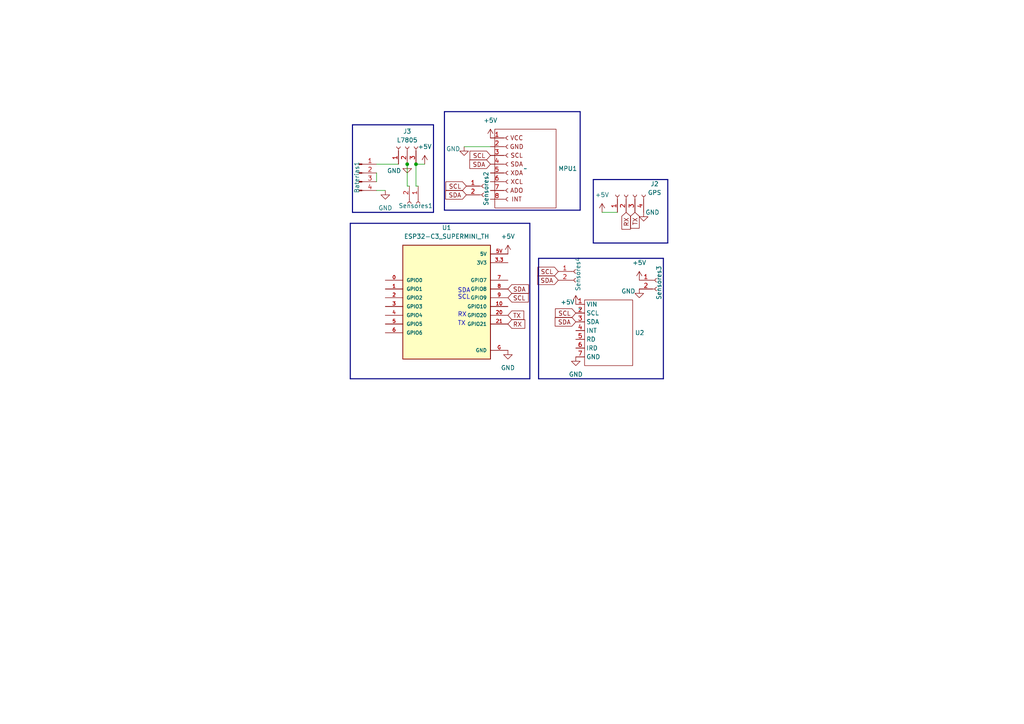
<source format=kicad_sch>
(kicad_sch (version 20230121) (generator eeschema)

  (uuid 04f87a8a-b6fa-48c9-add2-fbab3b3fb7dc)

  (paper "A4")

  (lib_symbols
    (symbol "Connector:Conn_01x02_Socket" (pin_names (offset 1.016) hide) (in_bom yes) (on_board yes)
      (property "Reference" "J" (at 0 2.54 0)
        (effects (font (size 1.27 1.27)))
      )
      (property "Value" "Conn_01x02_Socket" (at 0 -5.08 0)
        (effects (font (size 1.27 1.27)))
      )
      (property "Footprint" "" (at 0 0 0)
        (effects (font (size 1.27 1.27)) hide)
      )
      (property "Datasheet" "~" (at 0 0 0)
        (effects (font (size 1.27 1.27)) hide)
      )
      (property "ki_locked" "" (at 0 0 0)
        (effects (font (size 1.27 1.27)))
      )
      (property "ki_keywords" "connector" (at 0 0 0)
        (effects (font (size 1.27 1.27)) hide)
      )
      (property "ki_description" "Generic connector, single row, 01x02, script generated" (at 0 0 0)
        (effects (font (size 1.27 1.27)) hide)
      )
      (property "ki_fp_filters" "Connector*:*_1x??_*" (at 0 0 0)
        (effects (font (size 1.27 1.27)) hide)
      )
      (symbol "Conn_01x02_Socket_1_1"
        (arc (start 0 -2.032) (mid -0.5058 -2.54) (end 0 -3.048)
          (stroke (width 0.1524) (type default))
          (fill (type none))
        )
        (polyline
          (pts
            (xy -1.27 -2.54)
            (xy -0.508 -2.54)
          )
          (stroke (width 0.1524) (type default))
          (fill (type none))
        )
        (polyline
          (pts
            (xy -1.27 0)
            (xy -0.508 0)
          )
          (stroke (width 0.1524) (type default))
          (fill (type none))
        )
        (arc (start 0 0.508) (mid -0.5058 0) (end 0 -0.508)
          (stroke (width 0.1524) (type default))
          (fill (type none))
        )
        (pin passive line (at -5.08 0 0) (length 3.81)
          (name "Pin_1" (effects (font (size 1.27 1.27))))
          (number "1" (effects (font (size 1.27 1.27))))
        )
        (pin passive line (at -5.08 -2.54 0) (length 3.81)
          (name "Pin_2" (effects (font (size 1.27 1.27))))
          (number "2" (effects (font (size 1.27 1.27))))
        )
      )
    )
    (symbol "Connector:Conn_01x03_Socket" (pin_names (offset 1.016) hide) (in_bom yes) (on_board yes)
      (property "Reference" "J" (at 0 5.08 0)
        (effects (font (size 1.27 1.27)))
      )
      (property "Value" "Conn_01x03_Socket" (at 0 -5.08 0)
        (effects (font (size 1.27 1.27)))
      )
      (property "Footprint" "" (at 0 0 0)
        (effects (font (size 1.27 1.27)) hide)
      )
      (property "Datasheet" "~" (at 0 0 0)
        (effects (font (size 1.27 1.27)) hide)
      )
      (property "ki_locked" "" (at 0 0 0)
        (effects (font (size 1.27 1.27)))
      )
      (property "ki_keywords" "connector" (at 0 0 0)
        (effects (font (size 1.27 1.27)) hide)
      )
      (property "ki_description" "Generic connector, single row, 01x03, script generated" (at 0 0 0)
        (effects (font (size 1.27 1.27)) hide)
      )
      (property "ki_fp_filters" "Connector*:*_1x??_*" (at 0 0 0)
        (effects (font (size 1.27 1.27)) hide)
      )
      (symbol "Conn_01x03_Socket_1_1"
        (arc (start 0 -2.032) (mid -0.5058 -2.54) (end 0 -3.048)
          (stroke (width 0.1524) (type default))
          (fill (type none))
        )
        (polyline
          (pts
            (xy -1.27 -2.54)
            (xy -0.508 -2.54)
          )
          (stroke (width 0.1524) (type default))
          (fill (type none))
        )
        (polyline
          (pts
            (xy -1.27 0)
            (xy -0.508 0)
          )
          (stroke (width 0.1524) (type default))
          (fill (type none))
        )
        (polyline
          (pts
            (xy -1.27 2.54)
            (xy -0.508 2.54)
          )
          (stroke (width 0.1524) (type default))
          (fill (type none))
        )
        (arc (start 0 0.508) (mid -0.5058 0) (end 0 -0.508)
          (stroke (width 0.1524) (type default))
          (fill (type none))
        )
        (arc (start 0 3.048) (mid -0.5058 2.54) (end 0 2.032)
          (stroke (width 0.1524) (type default))
          (fill (type none))
        )
        (pin passive line (at -5.08 2.54 0) (length 3.81)
          (name "Pin_1" (effects (font (size 1.27 1.27))))
          (number "1" (effects (font (size 1.27 1.27))))
        )
        (pin passive line (at -5.08 0 0) (length 3.81)
          (name "Pin_2" (effects (font (size 1.27 1.27))))
          (number "2" (effects (font (size 1.27 1.27))))
        )
        (pin passive line (at -5.08 -2.54 0) (length 3.81)
          (name "Pin_3" (effects (font (size 1.27 1.27))))
          (number "3" (effects (font (size 1.27 1.27))))
        )
      )
    )
    (symbol "Connector:Conn_01x04_Pin" (pin_names (offset 1.016) hide) (in_bom yes) (on_board yes)
      (property "Reference" "J" (at 0 5.08 0)
        (effects (font (size 1.27 1.27)))
      )
      (property "Value" "Conn_01x04_Pin" (at 0 -7.62 0)
        (effects (font (size 1.27 1.27)))
      )
      (property "Footprint" "" (at 0 0 0)
        (effects (font (size 1.27 1.27)) hide)
      )
      (property "Datasheet" "~" (at 0 0 0)
        (effects (font (size 1.27 1.27)) hide)
      )
      (property "ki_locked" "" (at 0 0 0)
        (effects (font (size 1.27 1.27)))
      )
      (property "ki_keywords" "connector" (at 0 0 0)
        (effects (font (size 1.27 1.27)) hide)
      )
      (property "ki_description" "Generic connector, single row, 01x04, script generated" (at 0 0 0)
        (effects (font (size 1.27 1.27)) hide)
      )
      (property "ki_fp_filters" "Connector*:*_1x??_*" (at 0 0 0)
        (effects (font (size 1.27 1.27)) hide)
      )
      (symbol "Conn_01x04_Pin_1_1"
        (polyline
          (pts
            (xy 1.27 -5.08)
            (xy 0.8636 -5.08)
          )
          (stroke (width 0.1524) (type default))
          (fill (type none))
        )
        (polyline
          (pts
            (xy 1.27 -2.54)
            (xy 0.8636 -2.54)
          )
          (stroke (width 0.1524) (type default))
          (fill (type none))
        )
        (polyline
          (pts
            (xy 1.27 0)
            (xy 0.8636 0)
          )
          (stroke (width 0.1524) (type default))
          (fill (type none))
        )
        (polyline
          (pts
            (xy 1.27 2.54)
            (xy 0.8636 2.54)
          )
          (stroke (width 0.1524) (type default))
          (fill (type none))
        )
        (rectangle (start 0.8636 -4.953) (end 0 -5.207)
          (stroke (width 0.1524) (type default))
          (fill (type outline))
        )
        (rectangle (start 0.8636 -2.413) (end 0 -2.667)
          (stroke (width 0.1524) (type default))
          (fill (type outline))
        )
        (rectangle (start 0.8636 0.127) (end 0 -0.127)
          (stroke (width 0.1524) (type default))
          (fill (type outline))
        )
        (rectangle (start 0.8636 2.667) (end 0 2.413)
          (stroke (width 0.1524) (type default))
          (fill (type outline))
        )
        (pin passive line (at 5.08 2.54 180) (length 3.81)
          (name "Pin_1" (effects (font (size 1.27 1.27))))
          (number "1" (effects (font (size 1.27 1.27))))
        )
        (pin passive line (at 5.08 0 180) (length 3.81)
          (name "Pin_2" (effects (font (size 1.27 1.27))))
          (number "2" (effects (font (size 1.27 1.27))))
        )
        (pin passive line (at 5.08 -2.54 180) (length 3.81)
          (name "Pin_3" (effects (font (size 1.27 1.27))))
          (number "3" (effects (font (size 1.27 1.27))))
        )
        (pin passive line (at 5.08 -5.08 180) (length 3.81)
          (name "Pin_4" (effects (font (size 1.27 1.27))))
          (number "4" (effects (font (size 1.27 1.27))))
        )
      )
    )
    (symbol "Connector:Conn_01x04_Socket" (pin_names (offset 1.016) hide) (in_bom yes) (on_board yes)
      (property "Reference" "J" (at 0 5.08 0)
        (effects (font (size 1.27 1.27)))
      )
      (property "Value" "Conn_01x04_Socket" (at 0 -7.62 0)
        (effects (font (size 1.27 1.27)))
      )
      (property "Footprint" "" (at 0 0 0)
        (effects (font (size 1.27 1.27)) hide)
      )
      (property "Datasheet" "~" (at 0 0 0)
        (effects (font (size 1.27 1.27)) hide)
      )
      (property "ki_locked" "" (at 0 0 0)
        (effects (font (size 1.27 1.27)))
      )
      (property "ki_keywords" "connector" (at 0 0 0)
        (effects (font (size 1.27 1.27)) hide)
      )
      (property "ki_description" "Generic connector, single row, 01x04, script generated" (at 0 0 0)
        (effects (font (size 1.27 1.27)) hide)
      )
      (property "ki_fp_filters" "Connector*:*_1x??_*" (at 0 0 0)
        (effects (font (size 1.27 1.27)) hide)
      )
      (symbol "Conn_01x04_Socket_1_1"
        (arc (start 0 -4.572) (mid -0.5058 -5.08) (end 0 -5.588)
          (stroke (width 0.1524) (type default))
          (fill (type none))
        )
        (arc (start 0 -2.032) (mid -0.5058 -2.54) (end 0 -3.048)
          (stroke (width 0.1524) (type default))
          (fill (type none))
        )
        (polyline
          (pts
            (xy -1.27 -5.08)
            (xy -0.508 -5.08)
          )
          (stroke (width 0.1524) (type default))
          (fill (type none))
        )
        (polyline
          (pts
            (xy -1.27 -2.54)
            (xy -0.508 -2.54)
          )
          (stroke (width 0.1524) (type default))
          (fill (type none))
        )
        (polyline
          (pts
            (xy -1.27 0)
            (xy -0.508 0)
          )
          (stroke (width 0.1524) (type default))
          (fill (type none))
        )
        (polyline
          (pts
            (xy -1.27 2.54)
            (xy -0.508 2.54)
          )
          (stroke (width 0.1524) (type default))
          (fill (type none))
        )
        (arc (start 0 0.508) (mid -0.5058 0) (end 0 -0.508)
          (stroke (width 0.1524) (type default))
          (fill (type none))
        )
        (arc (start 0 3.048) (mid -0.5058 2.54) (end 0 2.032)
          (stroke (width 0.1524) (type default))
          (fill (type none))
        )
        (pin passive line (at -5.08 2.54 0) (length 3.81)
          (name "Pin_1" (effects (font (size 1.27 1.27))))
          (number "1" (effects (font (size 1.27 1.27))))
        )
        (pin passive line (at -5.08 0 0) (length 3.81)
          (name "Pin_2" (effects (font (size 1.27 1.27))))
          (number "2" (effects (font (size 1.27 1.27))))
        )
        (pin passive line (at -5.08 -2.54 0) (length 3.81)
          (name "Pin_3" (effects (font (size 1.27 1.27))))
          (number "3" (effects (font (size 1.27 1.27))))
        )
        (pin passive line (at -5.08 -5.08 0) (length 3.81)
          (name "Pin_4" (effects (font (size 1.27 1.27))))
          (number "4" (effects (font (size 1.27 1.27))))
        )
      )
    )
    (symbol "ESP32-C3_SUPERMINI_TH:ESP32-C3_SUPERMINI_TH" (pin_names (offset 1.016)) (in_bom yes) (on_board yes)
      (property "Reference" "U" (at -12.7 16.002 0)
        (effects (font (size 1.27 1.27)) (justify left bottom))
      )
      (property "Value" "ESP32-C3_SUPERMINI_TH" (at -12.7 -20.32 0)
        (effects (font (size 1.27 1.27)) (justify left bottom))
      )
      (property "Footprint" "ESP32-C3_SUPERMINI_TH:MODULE_ESP32-C3_SUPERMINI" (at 0 0 0)
        (effects (font (size 1.27 1.27)) (justify bottom) hide)
      )
      (property "Datasheet" "" (at 0 0 0)
        (effects (font (size 1.27 1.27)) hide)
      )
      (property "MF" "Espressif Systems" (at 0 0 0)
        (effects (font (size 1.27 1.27)) (justify bottom) hide)
      )
      (property "MAXIMUM_PACKAGE_HEIGHT" "4.2mm" (at 0 0 0)
        (effects (font (size 1.27 1.27)) (justify bottom) hide)
      )
      (property "Package" "Package" (at 0 0 0)
        (effects (font (size 1.27 1.27)) (justify bottom) hide)
      )
      (property "Price" "None" (at 0 0 0)
        (effects (font (size 1.27 1.27)) (justify bottom) hide)
      )
      (property "Check_prices" "https://www.snapeda.com/parts/ESP32-C3%20SuperMini_TH/Espressif+Systems/view-part/?ref=eda" (at 0 0 0)
        (effects (font (size 1.27 1.27)) (justify bottom) hide)
      )
      (property "STANDARD" "Manufacturer Recommendations" (at 0 0 0)
        (effects (font (size 1.27 1.27)) (justify bottom) hide)
      )
      (property "PARTREV" "" (at 0 0 0)
        (effects (font (size 1.27 1.27)) (justify bottom) hide)
      )
      (property "SnapEDA_Link" "https://www.snapeda.com/parts/ESP32-C3%20SuperMini_TH/Espressif+Systems/view-part/?ref=snap" (at 0 0 0)
        (effects (font (size 1.27 1.27)) (justify bottom) hide)
      )
      (property "MP" "ESP32-C3 SuperMini_TH" (at 0 0 0)
        (effects (font (size 1.27 1.27)) (justify bottom) hide)
      )
      (property "Description" "\n                        \n                            Super tiny ESP32-C3 board\n                        \n" (at 0 0 0)
        (effects (font (size 1.27 1.27)) (justify bottom) hide)
      )
      (property "Availability" "Not in stock" (at 0 0 0)
        (effects (font (size 1.27 1.27)) (justify bottom) hide)
      )
      (property "MANUFACTURER" "Espressif" (at 0 0 0)
        (effects (font (size 1.27 1.27)) (justify bottom) hide)
      )
      (symbol "ESP32-C3_SUPERMINI_TH_0_0"
        (rectangle (start -12.7 -17.78) (end 12.7 15.24)
          (stroke (width 0.254) (type default))
          (fill (type background))
        )
        (pin bidirectional line (at -17.78 5.08 0) (length 5.08)
          (name "GPIO0" (effects (font (size 1.016 1.016))))
          (number "0" (effects (font (size 1.016 1.016))))
        )
        (pin bidirectional line (at -17.78 2.54 0) (length 5.08)
          (name "GPIO1" (effects (font (size 1.016 1.016))))
          (number "1" (effects (font (size 1.016 1.016))))
        )
        (pin bidirectional line (at 17.78 -2.54 180) (length 5.08)
          (name "GPIO10" (effects (font (size 1.016 1.016))))
          (number "10" (effects (font (size 1.016 1.016))))
        )
        (pin bidirectional line (at -17.78 0 0) (length 5.08)
          (name "GPIO2" (effects (font (size 1.016 1.016))))
          (number "2" (effects (font (size 1.016 1.016))))
        )
        (pin bidirectional line (at 17.78 -5.08 180) (length 5.08)
          (name "GPIO20" (effects (font (size 1.016 1.016))))
          (number "20" (effects (font (size 1.016 1.016))))
        )
        (pin bidirectional line (at 17.78 -7.62 180) (length 5.08)
          (name "GPIO21" (effects (font (size 1.016 1.016))))
          (number "21" (effects (font (size 1.016 1.016))))
        )
        (pin bidirectional line (at -17.78 -2.54 0) (length 5.08)
          (name "GPIO3" (effects (font (size 1.016 1.016))))
          (number "3" (effects (font (size 1.016 1.016))))
        )
        (pin power_in line (at 17.78 10.16 180) (length 5.08)
          (name "3V3" (effects (font (size 1.016 1.016))))
          (number "3.3" (effects (font (size 1.016 1.016))))
        )
        (pin bidirectional line (at -17.78 -5.08 0) (length 5.08)
          (name "GPIO4" (effects (font (size 1.016 1.016))))
          (number "4" (effects (font (size 1.016 1.016))))
        )
        (pin bidirectional line (at -17.78 -7.62 0) (length 5.08)
          (name "GPIO5" (effects (font (size 1.016 1.016))))
          (number "5" (effects (font (size 1.016 1.016))))
        )
        (pin power_in line (at 17.78 12.7 180) (length 5.08)
          (name "5V" (effects (font (size 1.016 1.016))))
          (number "5V" (effects (font (size 1.016 1.016))))
        )
        (pin bidirectional line (at -17.78 -10.16 0) (length 5.08)
          (name "GPIO6" (effects (font (size 1.016 1.016))))
          (number "6" (effects (font (size 1.016 1.016))))
        )
        (pin bidirectional line (at 17.78 5.08 180) (length 5.08)
          (name "GPIO7" (effects (font (size 1.016 1.016))))
          (number "7" (effects (font (size 1.016 1.016))))
        )
        (pin bidirectional line (at 17.78 2.54 180) (length 5.08)
          (name "GPIO8" (effects (font (size 1.016 1.016))))
          (number "8" (effects (font (size 1.016 1.016))))
        )
        (pin bidirectional line (at 17.78 0 180) (length 5.08)
          (name "GPIO9" (effects (font (size 1.016 1.016))))
          (number "9" (effects (font (size 1.016 1.016))))
        )
        (pin power_in line (at 17.78 -15.24 180) (length 5.08)
          (name "GND" (effects (font (size 1.016 1.016))))
          (number "G" (effects (font (size 1.016 1.016))))
        )
      )
    )
    (symbol "Huellas mias:MPU6050" (in_bom yes) (on_board yes)
      (property "Reference" "MPU6050" (at 0 13.97 0)
        (effects (font (size 1.27 1.27)))
      )
      (property "Value" "" (at 0 0 0)
        (effects (font (size 1.27 1.27)))
      )
      (property "Footprint" "" (at 0 0 0)
        (effects (font (size 1.27 1.27)) hide)
      )
      (property "Datasheet" "" (at 0 0 0)
        (effects (font (size 1.27 1.27)) hide)
      )
      (symbol "MPU6050_0_1"
        (rectangle (start 8.89 -11.43) (end -8.89 11.43)
          (stroke (width 0) (type default))
          (fill (type none))
        )
      )
      (symbol "MPU6050_1_1"
        (arc (start -5.08 -8.382) (mid -5.5858 -8.89) (end -5.08 -9.398)
          (stroke (width 0.1524) (type default))
          (fill (type none))
        )
        (arc (start -5.08 -5.842) (mid -5.5858 -6.35) (end -5.08 -6.858)
          (stroke (width 0.1524) (type default))
          (fill (type none))
        )
        (arc (start -5.08 -3.302) (mid -5.5858 -3.81) (end -5.08 -4.318)
          (stroke (width 0.1524) (type default))
          (fill (type none))
        )
        (arc (start -5.08 -0.762) (mid -5.5858 -1.27) (end -5.08 -1.778)
          (stroke (width 0.1524) (type default))
          (fill (type none))
        )
        (arc (start -5.08 1.778) (mid -5.5858 1.27) (end -5.08 0.762)
          (stroke (width 0.1524) (type default))
          (fill (type none))
        )
        (arc (start -5.08 4.318) (mid -5.5858 3.81) (end -5.08 3.302)
          (stroke (width 0.1524) (type default))
          (fill (type none))
        )
        (arc (start -5.08 6.858) (mid -5.5858 6.35) (end -5.08 5.842)
          (stroke (width 0.1524) (type default))
          (fill (type none))
        )
        (arc (start -5.08 9.398) (mid -5.5858 8.89) (end -5.08 8.382)
          (stroke (width 0.1524) (type default))
          (fill (type none))
        )
        (polyline
          (pts
            (xy -6.35 -8.89)
            (xy -5.588 -8.89)
          )
          (stroke (width 0.1524) (type default))
          (fill (type none))
        )
        (polyline
          (pts
            (xy -6.35 -6.35)
            (xy -5.588 -6.35)
          )
          (stroke (width 0.1524) (type default))
          (fill (type none))
        )
        (polyline
          (pts
            (xy -6.35 -3.81)
            (xy -5.588 -3.81)
          )
          (stroke (width 0.1524) (type default))
          (fill (type none))
        )
        (polyline
          (pts
            (xy -6.35 -1.27)
            (xy -5.588 -1.27)
          )
          (stroke (width 0.1524) (type default))
          (fill (type none))
        )
        (polyline
          (pts
            (xy -6.35 1.27)
            (xy -5.588 1.27)
          )
          (stroke (width 0.1524) (type default))
          (fill (type none))
        )
        (polyline
          (pts
            (xy -6.35 3.81)
            (xy -5.588 3.81)
          )
          (stroke (width 0.1524) (type default))
          (fill (type none))
        )
        (polyline
          (pts
            (xy -6.35 6.35)
            (xy -5.588 6.35)
          )
          (stroke (width 0.1524) (type default))
          (fill (type none))
        )
        (polyline
          (pts
            (xy -6.35 8.89)
            (xy -5.588 8.89)
          )
          (stroke (width 0.1524) (type default))
          (fill (type none))
        )
        (text "ADO" (at -2.54 -6.35 0)
          (effects (font (size 1.27 1.27)))
        )
        (text "GND\n" (at -2.54 6.35 0)
          (effects (font (size 1.27 1.27)))
        )
        (text "INT" (at -2.54 -8.89 0)
          (effects (font (size 1.27 1.27)))
        )
        (text "SCL\n" (at -2.54 3.81 0)
          (effects (font (size 1.27 1.27)))
        )
        (text "SDA" (at -2.54 1.27 0)
          (effects (font (size 1.27 1.27)))
        )
        (text "VCC" (at -2.54 8.89 0)
          (effects (font (size 1.27 1.27)))
        )
        (text "XCL" (at -2.54 -3.81 0)
          (effects (font (size 1.27 1.27)))
        )
        (text "XDA" (at -2.54 -1.27 0)
          (effects (font (size 1.27 1.27)))
        )
        (pin passive line (at -10.16 8.89 0) (length 3.81)
          (name "" (effects (font (size 1.27 1.27))))
          (number "1" (effects (font (size 1.27 1.27))))
        )
        (pin passive line (at -10.16 6.35 0) (length 3.81)
          (name "" (effects (font (size 1.27 1.27))))
          (number "2" (effects (font (size 1.27 1.27))))
        )
        (pin passive line (at -10.16 3.81 0) (length 3.81)
          (name "" (effects (font (size 1.27 1.27))))
          (number "3" (effects (font (size 1.27 1.27))))
        )
        (pin passive line (at -10.16 1.27 0) (length 3.81)
          (name "" (effects (font (size 1.27 1.27))))
          (number "4" (effects (font (size 1.27 1.27))))
        )
        (pin passive line (at -10.16 -1.27 0) (length 3.81)
          (name "" (effects (font (size 1.27 1.27))))
          (number "5" (effects (font (size 1.27 1.27))))
        )
        (pin passive line (at -10.16 -3.81 0) (length 3.81)
          (name "" (effects (font (size 1.27 1.27))))
          (number "6" (effects (font (size 1.27 1.27))))
        )
        (pin passive line (at -10.16 -6.35 0) (length 3.81)
          (name "" (effects (font (size 1.27 1.27))))
          (number "7" (effects (font (size 1.27 1.27))))
        )
        (pin passive line (at -10.16 -8.89 0) (length 3.81)
          (name "" (effects (font (size 1.27 1.27))))
          (number "8" (effects (font (size 1.27 1.27))))
        )
      )
    )
    (symbol "L9110S:MAX30102" (in_bom yes) (on_board yes)
      (property "Reference" "U" (at 0 6.35 0)
        (effects (font (size 1.27 1.27)))
      )
      (property "Value" "" (at 0 0 0)
        (effects (font (size 1.27 1.27)))
      )
      (property "Footprint" "" (at 0 0 0)
        (effects (font (size 1.27 1.27)) hide)
      )
      (property "Datasheet" "" (at 0 0 0)
        (effects (font (size 1.27 1.27)) hide)
      )
      (symbol "MAX30102_0_1"
        (rectangle (start 1.27 2.54) (end 15.24 -16.51)
          (stroke (width 0) (type default))
          (fill (type none))
        )
      )
      (symbol "MAX30102_1_1"
        (pin input line (at -1.27 1.27 0) (length 2.54)
          (name "VIN" (effects (font (size 1.27 1.27))))
          (number "1" (effects (font (size 1.27 1.27))))
        )
        (pin input line (at -1.27 -1.27 0) (length 2.54)
          (name "SCL" (effects (font (size 1.27 1.27))))
          (number "2" (effects (font (size 1.27 1.27))))
        )
        (pin input line (at -1.27 -3.81 0) (length 2.54)
          (name "SDA" (effects (font (size 1.27 1.27))))
          (number "3" (effects (font (size 1.27 1.27))))
        )
        (pin input line (at -1.27 -6.35 0) (length 2.54)
          (name "INT" (effects (font (size 1.27 1.27))))
          (number "4" (effects (font (size 1.27 1.27))))
        )
        (pin input line (at -1.27 -8.89 0) (length 2.54)
          (name "RD" (effects (font (size 1.27 1.27))))
          (number "5" (effects (font (size 1.27 1.27))))
        )
        (pin input line (at -1.27 -11.43 0) (length 2.54)
          (name "IRD" (effects (font (size 1.27 1.27))))
          (number "6" (effects (font (size 1.27 1.27))))
        )
        (pin input line (at -1.27 -13.97 0) (length 2.54)
          (name "GND" (effects (font (size 1.27 1.27))))
          (number "7" (effects (font (size 1.27 1.27))))
        )
      )
    )
    (symbol "power:+5V" (power) (pin_names (offset 0)) (in_bom yes) (on_board yes)
      (property "Reference" "#PWR" (at 0 -3.81 0)
        (effects (font (size 1.27 1.27)) hide)
      )
      (property "Value" "+5V" (at 0 3.556 0)
        (effects (font (size 1.27 1.27)))
      )
      (property "Footprint" "" (at 0 0 0)
        (effects (font (size 1.27 1.27)) hide)
      )
      (property "Datasheet" "" (at 0 0 0)
        (effects (font (size 1.27 1.27)) hide)
      )
      (property "ki_keywords" "global power" (at 0 0 0)
        (effects (font (size 1.27 1.27)) hide)
      )
      (property "ki_description" "Power symbol creates a global label with name \"+5V\"" (at 0 0 0)
        (effects (font (size 1.27 1.27)) hide)
      )
      (symbol "+5V_0_1"
        (polyline
          (pts
            (xy -0.762 1.27)
            (xy 0 2.54)
          )
          (stroke (width 0) (type default))
          (fill (type none))
        )
        (polyline
          (pts
            (xy 0 0)
            (xy 0 2.54)
          )
          (stroke (width 0) (type default))
          (fill (type none))
        )
        (polyline
          (pts
            (xy 0 2.54)
            (xy 0.762 1.27)
          )
          (stroke (width 0) (type default))
          (fill (type none))
        )
      )
      (symbol "+5V_1_1"
        (pin power_in line (at 0 0 90) (length 0) hide
          (name "+5V" (effects (font (size 1.27 1.27))))
          (number "1" (effects (font (size 1.27 1.27))))
        )
      )
    )
    (symbol "power:GND" (power) (pin_names (offset 0)) (in_bom yes) (on_board yes)
      (property "Reference" "#PWR" (at 0 -6.35 0)
        (effects (font (size 1.27 1.27)) hide)
      )
      (property "Value" "GND" (at 0 -3.81 0)
        (effects (font (size 1.27 1.27)))
      )
      (property "Footprint" "" (at 0 0 0)
        (effects (font (size 1.27 1.27)) hide)
      )
      (property "Datasheet" "" (at 0 0 0)
        (effects (font (size 1.27 1.27)) hide)
      )
      (property "ki_keywords" "global power" (at 0 0 0)
        (effects (font (size 1.27 1.27)) hide)
      )
      (property "ki_description" "Power symbol creates a global label with name \"GND\" , ground" (at 0 0 0)
        (effects (font (size 1.27 1.27)) hide)
      )
      (symbol "GND_0_1"
        (polyline
          (pts
            (xy 0 0)
            (xy 0 -1.27)
            (xy 1.27 -1.27)
            (xy 0 -2.54)
            (xy -1.27 -1.27)
            (xy 0 -1.27)
          )
          (stroke (width 0) (type default))
          (fill (type none))
        )
      )
      (symbol "GND_1_1"
        (pin power_in line (at 0 0 270) (length 0) hide
          (name "GND" (effects (font (size 1.27 1.27))))
          (number "1" (effects (font (size 1.27 1.27))))
        )
      )
    )
  )

  (junction (at 118.11 47.625) (diameter 0) (color 0 0 0 0)
    (uuid 0c684988-3644-4e4d-b7e7-a34be078e91d)
  )
  (junction (at 120.65 47.625) (diameter 0) (color 0 0 0 0)
    (uuid c430f29a-d4dd-4203-af2e-b596df5bcdf0)
  )

  (bus (pts (xy 193.675 70.485) (xy 172.085 70.485))
    (stroke (width 0) (type default))
    (uuid 02942b3f-32c0-4687-85c7-271d422bd25a)
  )
  (bus (pts (xy 156.21 74.93) (xy 156.21 109.855))
    (stroke (width 0) (type default))
    (uuid 0ecf5631-62ef-4b3c-8f3e-7fe0e92c2714)
  )
  (bus (pts (xy 192.405 109.855) (xy 192.405 74.93))
    (stroke (width 0) (type default))
    (uuid 0f86b6b2-fb5a-4fe3-bfda-9f7af91e5df8)
  )

  (wire (pts (xy 109.22 50.165) (xy 109.22 52.705))
    (stroke (width 0) (type default))
    (uuid 11317834-44d2-4173-ad3d-e1e5ca8e9dbe)
  )
  (bus (pts (xy 125.73 36.195) (xy 102.235 36.195))
    (stroke (width 0) (type default))
    (uuid 169ec691-c445-45c4-b2e9-9f9fd681d780)
  )
  (bus (pts (xy 102.235 36.195) (xy 102.235 61.595))
    (stroke (width 0) (type default))
    (uuid 1ede57d9-6f14-4d0c-8af1-761c273dd625)
  )
  (bus (pts (xy 128.905 60.96) (xy 128.905 32.385))
    (stroke (width 0) (type default))
    (uuid 1f873eef-58b2-4423-bd79-e1f443493413)
  )
  (bus (pts (xy 102.235 61.595) (xy 125.73 61.595))
    (stroke (width 0) (type default))
    (uuid 33ea807e-dd2e-401c-b546-07d1b3fa4fc4)
  )
  (bus (pts (xy 156.21 109.855) (xy 192.405 109.855))
    (stroke (width 0) (type default))
    (uuid 3aa548d0-5b72-49e7-84e4-58465553c336)
  )
  (bus (pts (xy 156.21 74.93) (xy 192.405 74.93))
    (stroke (width 0) (type default))
    (uuid 3af18a6c-cb06-4356-b00c-17e1980313b7)
  )
  (bus (pts (xy 168.275 60.96) (xy 128.905 60.96))
    (stroke (width 0) (type default))
    (uuid 4e8ae84d-5256-4eaa-bc89-e53c451381f4)
  )
  (bus (pts (xy 168.275 32.385) (xy 168.275 60.96))
    (stroke (width 0) (type default))
    (uuid 5c8de15e-d451-48e9-92be-b26dd78ca37e)
  )

  (wire (pts (xy 118.11 53.975) (xy 118.745 53.975))
    (stroke (width 0) (type default))
    (uuid 62a55503-8a2f-43d7-8b82-43469d3abcf4)
  )
  (wire (pts (xy 120.65 47.625) (xy 120.65 53.975))
    (stroke (width 0) (type default))
    (uuid 675ed41a-7fa5-417b-8bb7-2bc2d4ede6a6)
  )
  (bus (pts (xy 101.6 64.77) (xy 101.6 109.855))
    (stroke (width 0) (type default))
    (uuid 7548a2c7-6dfe-49c6-8fb4-18804a00313c)
  )

  (wire (pts (xy 134.62 42.545) (xy 142.24 42.545))
    (stroke (width 0) (type default))
    (uuid 77f6acf8-a5fe-4caf-a794-87fb47414e09)
  )
  (wire (pts (xy 120.65 53.975) (xy 121.285 53.975))
    (stroke (width 0) (type default))
    (uuid 78ca5c36-73b2-42fb-b0a9-a05c91812894)
  )
  (bus (pts (xy 153.67 64.77) (xy 153.67 109.855))
    (stroke (width 0) (type default))
    (uuid 7ec1a84c-03a9-425e-add3-d60bf02d6251)
  )
  (bus (pts (xy 153.67 109.855) (xy 101.6 109.855))
    (stroke (width 0) (type default))
    (uuid 852a146d-d595-4f5f-a0d0-ec3d8011bb3e)
  )
  (bus (pts (xy 128.905 32.385) (xy 168.275 32.385))
    (stroke (width 0) (type default))
    (uuid 8f61d041-114a-40f8-b846-bb9a45ecb96d)
  )

  (wire (pts (xy 109.22 55.245) (xy 111.76 55.245))
    (stroke (width 0) (type default))
    (uuid a0aa3d59-23f9-4186-877a-aa4222f89d54)
  )
  (bus (pts (xy 193.675 52.07) (xy 193.675 70.485))
    (stroke (width 0) (type default))
    (uuid a37a16c2-89b6-445b-822d-4b9002299d77)
  )

  (wire (pts (xy 109.22 47.625) (xy 115.57 47.625))
    (stroke (width 0) (type default))
    (uuid a668a7a5-db0a-4bc6-9bd3-5fb3b2ad070e)
  )
  (bus (pts (xy 125.73 36.195) (xy 125.73 61.595))
    (stroke (width 0) (type default))
    (uuid a902b85d-3733-4c0d-857d-46e48b8eb14c)
  )

  (wire (pts (xy 174.625 61.595) (xy 179.07 61.595))
    (stroke (width 0) (type default))
    (uuid ae120e4d-1778-4441-9bbd-0b8701005622)
  )
  (wire (pts (xy 118.11 47.625) (xy 118.11 53.975))
    (stroke (width 0) (type default))
    (uuid bebc81f8-9b20-4d7e-9ea9-668a395e5ac2)
  )
  (bus (pts (xy 172.085 52.07) (xy 172.085 70.485))
    (stroke (width 0) (type default))
    (uuid c55b5df6-eb54-47b0-9172-7c63c92fadb2)
  )
  (bus (pts (xy 172.085 52.07) (xy 193.675 52.07))
    (stroke (width 0) (type default))
    (uuid ce8f9a72-bd54-48c5-be1b-4ef5a861520c)
  )

  (wire (pts (xy 120.65 47.625) (xy 123.19 47.625))
    (stroke (width 0) (type default))
    (uuid d06cf34b-3020-447e-b6c7-d892b452a7d6)
  )
  (bus (pts (xy 101.6 64.77) (xy 153.67 64.77))
    (stroke (width 0) (type default))
    (uuid f9e37c16-6ab0-4005-99c9-59535cfc4b04)
  )

  (text "TX" (at 132.715 94.615 0)
    (effects (font (size 1.27 1.27)) (justify left bottom))
    (uuid 19fc26fe-03d8-45fe-89c8-5c0b651b8b1c)
  )
  (text "SDA" (at 132.715 85.09 0)
    (effects (font (size 1.27 1.27)) (justify left bottom))
    (uuid 73037dfa-b272-4635-b961-f73d7e1bbfed)
  )
  (text "RX" (at 132.715 92.075 0)
    (effects (font (size 1.27 1.27)) (justify left bottom))
    (uuid 7cfc38d8-d6c7-41ae-8454-17979247a538)
  )
  (text "SCL" (at 132.715 86.995 0)
    (effects (font (size 1.27 1.27)) (justify left bottom))
    (uuid d0e2abaf-1fde-4cfb-828d-f381b1d60842)
  )

  (global_label "SCL" (shape input) (at 142.24 45.085 180) (fields_autoplaced)
    (effects (font (size 1.27 1.27)) (justify right))
    (uuid 069fb96d-01de-43fb-8e6d-239f57a431ff)
    (property "Intersheetrefs" "${INTERSHEET_REFS}" (at 135.7472 45.085 0)
      (effects (font (size 1.27 1.27)) (justify right) hide)
    )
  )
  (global_label "SDA" (shape input) (at 135.255 56.515 180) (fields_autoplaced)
    (effects (font (size 1.27 1.27)) (justify right))
    (uuid 0c065a23-1854-4432-bf77-b3c1c6b6cf89)
    (property "Intersheetrefs" "${INTERSHEET_REFS}" (at 128.7017 56.515 0)
      (effects (font (size 1.27 1.27)) (justify right) hide)
    )
  )
  (global_label "TX" (shape input) (at 147.32 91.44 0) (fields_autoplaced)
    (effects (font (size 1.27 1.27)) (justify left))
    (uuid 15453d49-c2fd-4f40-aa7c-98fa5b43978c)
    (property "Intersheetrefs" "${INTERSHEET_REFS}" (at 152.4823 91.44 0)
      (effects (font (size 1.27 1.27)) (justify left) hide)
    )
  )
  (global_label "RX" (shape input) (at 147.32 93.98 0) (fields_autoplaced)
    (effects (font (size 1.27 1.27)) (justify left))
    (uuid 204431de-faaf-4046-9e08-c82991499a74)
    (property "Intersheetrefs" "${INTERSHEET_REFS}" (at 152.7847 93.98 0)
      (effects (font (size 1.27 1.27)) (justify left) hide)
    )
  )
  (global_label "SDA" (shape input) (at 147.32 83.82 0) (fields_autoplaced)
    (effects (font (size 1.27 1.27)) (justify left))
    (uuid 497455b0-c173-46c6-8fe1-a4f26996e0fa)
    (property "Intersheetrefs" "${INTERSHEET_REFS}" (at 153.8733 83.82 0)
      (effects (font (size 1.27 1.27)) (justify left) hide)
    )
  )
  (global_label "SDA" (shape input) (at 161.925 81.28 180) (fields_autoplaced)
    (effects (font (size 1.27 1.27)) (justify right))
    (uuid 4da0a9e2-c1c5-4b21-96a2-44f8d2263827)
    (property "Intersheetrefs" "${INTERSHEET_REFS}" (at 155.3717 81.28 0)
      (effects (font (size 1.27 1.27)) (justify right) hide)
    )
  )
  (global_label "SCL" (shape input) (at 167.005 90.805 180) (fields_autoplaced)
    (effects (font (size 1.27 1.27)) (justify right))
    (uuid 5c5c8f99-81c3-414f-a46e-248e61b0d8ca)
    (property "Intersheetrefs" "${INTERSHEET_REFS}" (at 160.5122 90.805 0)
      (effects (font (size 1.27 1.27)) (justify right) hide)
    )
  )
  (global_label "SDA" (shape input) (at 167.005 93.345 180) (fields_autoplaced)
    (effects (font (size 1.27 1.27)) (justify right))
    (uuid 5e5d5b4b-b92c-4686-8077-c00f3f805265)
    (property "Intersheetrefs" "${INTERSHEET_REFS}" (at 160.4517 93.345 0)
      (effects (font (size 1.27 1.27)) (justify right) hide)
    )
  )
  (global_label "SDA" (shape input) (at 142.24 47.625 180) (fields_autoplaced)
    (effects (font (size 1.27 1.27)) (justify right))
    (uuid 720ffbac-54c9-4f0d-827d-8153aa736a69)
    (property "Intersheetrefs" "${INTERSHEET_REFS}" (at 135.6867 47.625 0)
      (effects (font (size 1.27 1.27)) (justify right) hide)
    )
  )
  (global_label "SCL" (shape input) (at 147.32 86.36 0) (fields_autoplaced)
    (effects (font (size 1.27 1.27)) (justify left))
    (uuid 96cdd387-809e-4652-a17f-8f363d4f5568)
    (property "Intersheetrefs" "${INTERSHEET_REFS}" (at 153.8128 86.36 0)
      (effects (font (size 1.27 1.27)) (justify left) hide)
    )
  )
  (global_label "RX" (shape input) (at 181.61 61.595 270) (fields_autoplaced)
    (effects (font (size 1.27 1.27)) (justify right))
    (uuid 9e79f956-1a00-4aa3-9066-2bd76e0595a2)
    (property "Intersheetrefs" "${INTERSHEET_REFS}" (at 181.61 67.0597 90)
      (effects (font (size 1.27 1.27)) (justify left) hide)
    )
  )
  (global_label "TX" (shape input) (at 184.15 61.595 270) (fields_autoplaced)
    (effects (font (size 1.27 1.27)) (justify right))
    (uuid a5eb4aed-816b-454f-be7c-7b88fe6be188)
    (property "Intersheetrefs" "${INTERSHEET_REFS}" (at 184.15 66.7573 90)
      (effects (font (size 1.27 1.27)) (justify left) hide)
    )
  )
  (global_label "SCL" (shape input) (at 161.925 78.74 180) (fields_autoplaced)
    (effects (font (size 1.27 1.27)) (justify right))
    (uuid d0653694-5114-47b0-a1ff-8ace75639bbe)
    (property "Intersheetrefs" "${INTERSHEET_REFS}" (at 155.4322 78.74 0)
      (effects (font (size 1.27 1.27)) (justify right) hide)
    )
  )
  (global_label "SCL" (shape input) (at 135.255 53.975 180) (fields_autoplaced)
    (effects (font (size 1.27 1.27)) (justify right))
    (uuid d4a49087-a138-4e20-8fdf-673d747dee9e)
    (property "Intersheetrefs" "${INTERSHEET_REFS}" (at 128.7622 53.975 0)
      (effects (font (size 1.27 1.27)) (justify right) hide)
    )
  )

  (symbol (lib_id "power:GND") (at 186.69 61.595 0) (unit 1)
    (in_bom yes) (on_board yes) (dnp no)
    (uuid 0508ea33-b89c-45ff-99e7-8a3b5c095931)
    (property "Reference" "#PWR02" (at 186.69 67.945 0)
      (effects (font (size 1.27 1.27)) hide)
    )
    (property "Value" "GND" (at 189.23 61.595 0)
      (effects (font (size 1.27 1.27)))
    )
    (property "Footprint" "" (at 186.69 61.595 0)
      (effects (font (size 1.27 1.27)) hide)
    )
    (property "Datasheet" "" (at 186.69 61.595 0)
      (effects (font (size 1.27 1.27)) hide)
    )
    (pin "1" (uuid 76977d40-ce4a-443a-b9a4-2c15434248ea))
    (instances
      (project "Placas generales California"
        (path "/04f87a8a-b6fa-48c9-add2-fbab3b3fb7dc"
          (reference "#PWR02") (unit 1)
        )
      )
    )
  )

  (symbol (lib_id "power:+5V") (at 147.32 73.66 0) (unit 1)
    (in_bom yes) (on_board yes) (dnp no) (fields_autoplaced)
    (uuid 10b1c523-0b43-403e-bb1e-6f6b1bbed779)
    (property "Reference" "#PWR07" (at 147.32 77.47 0)
      (effects (font (size 1.27 1.27)) hide)
    )
    (property "Value" "+5V" (at 147.32 68.58 0)
      (effects (font (size 1.27 1.27)))
    )
    (property "Footprint" "" (at 147.32 73.66 0)
      (effects (font (size 1.27 1.27)) hide)
    )
    (property "Datasheet" "" (at 147.32 73.66 0)
      (effects (font (size 1.27 1.27)) hide)
    )
    (pin "1" (uuid 37359c7c-a345-4f34-a5a7-ad9eb9a20e99))
    (instances
      (project "Placas generales California"
        (path "/04f87a8a-b6fa-48c9-add2-fbab3b3fb7dc"
          (reference "#PWR07") (unit 1)
        )
      )
    )
  )

  (symbol (lib_id "Connector:Conn_01x04_Pin") (at 104.14 50.165 0) (unit 1)
    (in_bom yes) (on_board yes) (dnp no)
    (uuid 2639e29b-9f9f-4c77-8cff-edd17b707323)
    (property "Reference" "Baterias1" (at 103.505 51.435 90)
      (effects (font (size 1.27 1.27)))
    )
    (property "Value" "Conn_01x04_Pin" (at 104.775 45.085 0)
      (effects (font (size 1.27 1.27)) hide)
    )
    (property "Footprint" "Connector_PinHeader_1.27mm:PinHeader_1x04_P1.27mm_Vertical" (at 104.14 50.165 0)
      (effects (font (size 1.27 1.27)) hide)
    )
    (property "Datasheet" "~" (at 104.14 50.165 0)
      (effects (font (size 1.27 1.27)) hide)
    )
    (pin "2" (uuid cc7e1389-7c19-4ed8-b2e8-c38c2f8652bb))
    (pin "3" (uuid 5d1a4c0b-a503-4aa3-ba71-6e1a579d810a))
    (pin "1" (uuid af0345c8-f361-448c-be86-ba2603e84b4e))
    (pin "4" (uuid 50c1486b-a5cd-4c60-9e5c-7c765b68ad9e))
    (instances
      (project "Placas generales California"
        (path "/04f87a8a-b6fa-48c9-add2-fbab3b3fb7dc"
          (reference "Baterias1") (unit 1)
        )
      )
    )
  )

  (symbol (lib_id "Connector:Conn_01x02_Socket") (at 167.005 78.74 0) (unit 1)
    (in_bom yes) (on_board yes) (dnp no)
    (uuid 2707e80a-6246-4868-b4c5-84b7ca32aaf9)
    (property "Reference" "Sensores4" (at 167.64 84.455 90)
      (effects (font (size 1.27 1.27)) (justify left))
    )
    (property "Value" "Conn_01x02_Socket" (at 167.64 76.835 90)
      (effects (font (size 1.27 1.27)) (justify left) hide)
    )
    (property "Footprint" "Connector_PinSocket_2.54mm:PinSocket_1x02_P2.54mm_Vertical" (at 167.005 78.74 0)
      (effects (font (size 1.27 1.27)) hide)
    )
    (property "Datasheet" "~" (at 167.005 78.74 0)
      (effects (font (size 1.27 1.27)) hide)
    )
    (pin "2" (uuid fceb08a1-2709-4a18-adec-a26758f73928))
    (pin "1" (uuid 92f7e43a-3e5e-4e79-9e71-be203401ad15))
    (instances
      (project "Placas generales California"
        (path "/04f87a8a-b6fa-48c9-add2-fbab3b3fb7dc"
          (reference "Sensores4") (unit 1)
        )
      )
    )
  )

  (symbol (lib_id "power:GND") (at 111.76 55.245 0) (unit 1)
    (in_bom yes) (on_board yes) (dnp no) (fields_autoplaced)
    (uuid 3488894b-f8cc-41ad-b0f6-a31684791a98)
    (property "Reference" "#PWR08" (at 111.76 61.595 0)
      (effects (font (size 1.27 1.27)) hide)
    )
    (property "Value" "GND" (at 111.76 60.325 0)
      (effects (font (size 1.27 1.27)))
    )
    (property "Footprint" "" (at 111.76 55.245 0)
      (effects (font (size 1.27 1.27)) hide)
    )
    (property "Datasheet" "" (at 111.76 55.245 0)
      (effects (font (size 1.27 1.27)) hide)
    )
    (pin "1" (uuid 3f605a35-b57e-48cc-b411-08627561bafd))
    (instances
      (project "Placas generales California"
        (path "/04f87a8a-b6fa-48c9-add2-fbab3b3fb7dc"
          (reference "#PWR08") (unit 1)
        )
      )
    )
  )

  (symbol (lib_id "power:GND") (at 147.32 101.6 0) (unit 1)
    (in_bom yes) (on_board yes) (dnp no)
    (uuid 364e788c-2008-447b-a7a4-3b2fc90050fc)
    (property "Reference" "#PWR01" (at 147.32 107.95 0)
      (effects (font (size 1.27 1.27)) hide)
    )
    (property "Value" "GND" (at 147.32 106.68 0)
      (effects (font (size 1.27 1.27)))
    )
    (property "Footprint" "" (at 147.32 101.6 0)
      (effects (font (size 1.27 1.27)) hide)
    )
    (property "Datasheet" "" (at 147.32 101.6 0)
      (effects (font (size 1.27 1.27)) hide)
    )
    (pin "1" (uuid 7e0638fb-3861-4b43-9ce3-3eb8dc48242c))
    (instances
      (project "Placas generales California"
        (path "/04f87a8a-b6fa-48c9-add2-fbab3b3fb7dc"
          (reference "#PWR01") (unit 1)
        )
      )
    )
  )

  (symbol (lib_id "Connector:Conn_01x02_Socket") (at 190.5 81.28 0) (unit 1)
    (in_bom yes) (on_board yes) (dnp no)
    (uuid 36e1f1da-f75e-4f99-9456-fcc701045cad)
    (property "Reference" "Sensores3" (at 191.135 86.995 90)
      (effects (font (size 1.27 1.27)) (justify left))
    )
    (property "Value" "Conn_01x02_Socket" (at 191.135 79.375 90)
      (effects (font (size 1.27 1.27)) (justify left) hide)
    )
    (property "Footprint" "Connector_PinSocket_2.54mm:PinSocket_1x02_P2.54mm_Vertical" (at 190.5 81.28 0)
      (effects (font (size 1.27 1.27)) hide)
    )
    (property "Datasheet" "~" (at 190.5 81.28 0)
      (effects (font (size 1.27 1.27)) hide)
    )
    (pin "2" (uuid 372ae915-03ec-4981-ada7-3ce028f7f0a4))
    (pin "1" (uuid 689aa84f-94d0-4301-a3ac-5b07c0e5cae6))
    (instances
      (project "Placas generales California"
        (path "/04f87a8a-b6fa-48c9-add2-fbab3b3fb7dc"
          (reference "Sensores3") (unit 1)
        )
      )
    )
  )

  (symbol (lib_id "power:GND") (at 118.11 47.625 0) (unit 1)
    (in_bom yes) (on_board yes) (dnp no)
    (uuid 3930f835-8ef3-4a48-95dc-40f34b91e0aa)
    (property "Reference" "#PWR09" (at 118.11 53.975 0)
      (effects (font (size 1.27 1.27)) hide)
    )
    (property "Value" "GND" (at 114.3 49.53 0)
      (effects (font (size 1.27 1.27)))
    )
    (property "Footprint" "" (at 118.11 47.625 0)
      (effects (font (size 1.27 1.27)) hide)
    )
    (property "Datasheet" "" (at 118.11 47.625 0)
      (effects (font (size 1.27 1.27)) hide)
    )
    (pin "1" (uuid 522d0e32-beb3-4708-98bc-35cbc3539ea8))
    (instances
      (project "Placas generales California"
        (path "/04f87a8a-b6fa-48c9-add2-fbab3b3fb7dc"
          (reference "#PWR09") (unit 1)
        )
      )
    )
  )

  (symbol (lib_id "Connector:Conn_01x02_Socket") (at 140.335 53.975 0) (unit 1)
    (in_bom yes) (on_board yes) (dnp no)
    (uuid 3fc732b2-a066-4db0-b8af-8d879c3d49ee)
    (property "Reference" "Sensores2" (at 140.97 59.69 90)
      (effects (font (size 1.27 1.27)) (justify left))
    )
    (property "Value" "Conn_01x02_Socket" (at 140.97 52.07 90)
      (effects (font (size 1.27 1.27)) (justify left) hide)
    )
    (property "Footprint" "Connector_PinSocket_2.54mm:PinSocket_1x02_P2.54mm_Vertical" (at 140.335 53.975 0)
      (effects (font (size 1.27 1.27)) hide)
    )
    (property "Datasheet" "~" (at 140.335 53.975 0)
      (effects (font (size 1.27 1.27)) hide)
    )
    (pin "2" (uuid b2060d0e-dffe-4a47-881a-7baab86792b9))
    (pin "1" (uuid d7d56ebc-603d-41bf-93c2-f460e81a2fcb))
    (instances
      (project "Placas generales California"
        (path "/04f87a8a-b6fa-48c9-add2-fbab3b3fb7dc"
          (reference "Sensores2") (unit 1)
        )
      )
    )
  )

  (symbol (lib_id "ESP32-C3_SUPERMINI_TH:ESP32-C3_SUPERMINI_TH") (at 129.54 86.36 0) (unit 1)
    (in_bom yes) (on_board yes) (dnp no) (fields_autoplaced)
    (uuid 46a91fc5-c7a9-439e-9b57-9081fd5ffc0d)
    (property "Reference" "U1" (at 129.54 66.04 0)
      (effects (font (size 1.27 1.27)))
    )
    (property "Value" "ESP32-C3_SUPERMINI_TH" (at 129.54 68.58 0)
      (effects (font (size 1.27 1.27)))
    )
    (property "Footprint" "ESP32-C3_SUPERMINI_TH:MODULE_ESP32-C3_SUPERMINI" (at 129.54 86.36 0)
      (effects (font (size 1.27 1.27)) (justify bottom) hide)
    )
    (property "Datasheet" "" (at 129.54 86.36 0)
      (effects (font (size 1.27 1.27)) hide)
    )
    (property "MF" "Espressif Systems" (at 129.54 86.36 0)
      (effects (font (size 1.27 1.27)) (justify bottom) hide)
    )
    (property "MAXIMUM_PACKAGE_HEIGHT" "4.2mm" (at 129.54 86.36 0)
      (effects (font (size 1.27 1.27)) (justify bottom) hide)
    )
    (property "Package" "Package" (at 129.54 86.36 0)
      (effects (font (size 1.27 1.27)) (justify bottom) hide)
    )
    (property "Price" "None" (at 129.54 86.36 0)
      (effects (font (size 1.27 1.27)) (justify bottom) hide)
    )
    (property "Check_prices" "https://www.snapeda.com/parts/ESP32-C3%20SuperMini_TH/Espressif+Systems/view-part/?ref=eda" (at 129.54 86.36 0)
      (effects (font (size 1.27 1.27)) (justify bottom) hide)
    )
    (property "STANDARD" "Manufacturer Recommendations" (at 129.54 86.36 0)
      (effects (font (size 1.27 1.27)) (justify bottom) hide)
    )
    (property "PARTREV" "" (at 129.54 86.36 0)
      (effects (font (size 1.27 1.27)) (justify bottom) hide)
    )
    (property "SnapEDA_Link" "https://www.snapeda.com/parts/ESP32-C3%20SuperMini_TH/Espressif+Systems/view-part/?ref=snap" (at 129.54 86.36 0)
      (effects (font (size 1.27 1.27)) (justify bottom) hide)
    )
    (property "MP" "ESP32-C3 SuperMini_TH" (at 129.54 86.36 0)
      (effects (font (size 1.27 1.27)) (justify bottom) hide)
    )
    (property "Description" "\n                        \n                            Super tiny ESP32-C3 board\n                        \n" (at 129.54 86.36 0)
      (effects (font (size 1.27 1.27)) (justify bottom) hide)
    )
    (property "Availability" "Not in stock" (at 129.54 86.36 0)
      (effects (font (size 1.27 1.27)) (justify bottom) hide)
    )
    (property "MANUFACTURER" "Espressif" (at 129.54 86.36 0)
      (effects (font (size 1.27 1.27)) (justify bottom) hide)
    )
    (pin "3.3" (uuid 4f1da610-71e7-496c-bfbb-e81be1ccc204))
    (pin "9" (uuid c1760496-381d-4cc2-b4a8-544845072f63))
    (pin "4" (uuid 696a583d-4a98-4aec-929e-c1f913f18963))
    (pin "5V" (uuid 49b26076-57a7-4a96-89d7-ff81d1ef4db6))
    (pin "1" (uuid 5e35ba41-df25-4323-abb0-8e2527f3859d))
    (pin "10" (uuid bfe367b1-13e9-49e9-aaeb-a74719ad6e54))
    (pin "7" (uuid c8f910f1-dcf8-49e7-8cc5-8c167a250f5b))
    (pin "0" (uuid 57d4bed8-a886-4429-b3a0-7c5d4d154a35))
    (pin "21" (uuid 0fee77cf-77eb-4856-a396-d5877d33d46f))
    (pin "G" (uuid 5a34c224-0fd1-4d4b-88e6-3a372653be77))
    (pin "6" (uuid 658dc44e-8027-4d2c-b9df-61078dd0b620))
    (pin "5" (uuid 7bc28f2e-185e-48ab-a3d3-b8ae2b4a4630))
    (pin "20" (uuid 7f41e1ed-171c-42f2-a6ed-8725a96896c7))
    (pin "3" (uuid ef503a11-6cd9-42c3-a90b-65dfac230dda))
    (pin "2" (uuid e99da0b6-07e8-413a-b5ea-0160ba900380))
    (pin "8" (uuid bcfd49ef-6584-4b10-b00f-1e3131ca9ff3))
    (instances
      (project "Placas generales California"
        (path "/04f87a8a-b6fa-48c9-add2-fbab3b3fb7dc"
          (reference "U1") (unit 1)
        )
      )
    )
  )

  (symbol (lib_id "Huellas mias:MPU6050") (at 152.4 48.895 0) (unit 1)
    (in_bom yes) (on_board yes) (dnp no) (fields_autoplaced)
    (uuid 4914e1a6-a0e7-43f2-8fa0-aaf64c55c095)
    (property "Reference" "MPU1" (at 161.925 48.895 0)
      (effects (font (size 1.27 1.27)) (justify left))
    )
    (property "Value" "~" (at 152.4 48.895 0)
      (effects (font (size 1.27 1.27)))
    )
    (property "Footprint" "HUELLAS MIAS:MPU6050" (at 152.4 48.895 0)
      (effects (font (size 1.27 1.27)) hide)
    )
    (property "Datasheet" "" (at 152.4 48.895 0)
      (effects (font (size 1.27 1.27)) hide)
    )
    (pin "4" (uuid 0ce54a49-dcd6-4b0d-a0d3-cb343858cafe))
    (pin "1" (uuid acbc9efd-1f7e-4b3f-841c-0c2a415f20d5))
    (pin "5" (uuid cae8f52a-d6f4-4866-94b6-fbcc11ad20f3))
    (pin "3" (uuid 147179af-8107-4b18-91f4-3c16f7f4e21b))
    (pin "6" (uuid cea34e18-248d-4327-af1f-4c371e158e97))
    (pin "7" (uuid e99b1cd3-9627-4c82-abf4-a204121163e0))
    (pin "2" (uuid 05c4f0ae-eb4a-4b82-9432-901302b7acdc))
    (pin "8" (uuid cea0bc72-ce08-480f-bba4-90dd5cf4dd4f))
    (instances
      (project "Placas generales California"
        (path "/04f87a8a-b6fa-48c9-add2-fbab3b3fb7dc"
          (reference "MPU1") (unit 1)
        )
      )
    )
  )

  (symbol (lib_id "Connector:Conn_01x03_Socket") (at 118.11 42.545 90) (unit 1)
    (in_bom yes) (on_board yes) (dnp no) (fields_autoplaced)
    (uuid 5a6016b4-269c-4e42-9547-ee5b8349049f)
    (property "Reference" "J3" (at 118.11 38.1 90)
      (effects (font (size 1.27 1.27)))
    )
    (property "Value" "L7805" (at 118.11 40.64 90)
      (effects (font (size 1.27 1.27)))
    )
    (property "Footprint" "Connector_PinSocket_2.54mm:PinSocket_1x03_P2.54mm_Vertical" (at 118.11 42.545 0)
      (effects (font (size 1.27 1.27)) hide)
    )
    (property "Datasheet" "~" (at 118.11 42.545 0)
      (effects (font (size 1.27 1.27)) hide)
    )
    (pin "2" (uuid cb1849e7-6375-4bce-b064-fb85e59e4470))
    (pin "1" (uuid 09126fa3-f8c5-4911-85f7-fb44b6b77f23))
    (pin "3" (uuid 10fb505c-8c6f-4a8e-b884-6a4426d53cd7))
    (instances
      (project "Placas generales California"
        (path "/04f87a8a-b6fa-48c9-add2-fbab3b3fb7dc"
          (reference "J3") (unit 1)
        )
      )
    )
  )

  (symbol (lib_id "power:GND") (at 185.42 83.82 0) (unit 1)
    (in_bom yes) (on_board yes) (dnp no)
    (uuid 7da637f8-1eca-4040-b98b-6bdcc3a7cdba)
    (property "Reference" "#PWR014" (at 185.42 90.17 0)
      (effects (font (size 1.27 1.27)) hide)
    )
    (property "Value" "GND" (at 182.245 84.455 0)
      (effects (font (size 1.27 1.27)))
    )
    (property "Footprint" "" (at 185.42 83.82 0)
      (effects (font (size 1.27 1.27)) hide)
    )
    (property "Datasheet" "" (at 185.42 83.82 0)
      (effects (font (size 1.27 1.27)) hide)
    )
    (pin "1" (uuid 8afe6a6f-0fd3-4fdc-bec3-5c6c1f65abac))
    (instances
      (project "Placas generales California"
        (path "/04f87a8a-b6fa-48c9-add2-fbab3b3fb7dc"
          (reference "#PWR014") (unit 1)
        )
      )
    )
  )

  (symbol (lib_id "power:+5V") (at 167.005 88.265 0) (unit 1)
    (in_bom yes) (on_board yes) (dnp no)
    (uuid 80425dd8-3030-4268-87c1-ea7f546a928f)
    (property "Reference" "#PWR06" (at 167.005 92.075 0)
      (effects (font (size 1.27 1.27)) hide)
    )
    (property "Value" "+5V" (at 162.56 87.63 0)
      (effects (font (size 1.27 1.27)) (justify left))
    )
    (property "Footprint" "" (at 167.005 88.265 0)
      (effects (font (size 1.27 1.27)) hide)
    )
    (property "Datasheet" "" (at 167.005 88.265 0)
      (effects (font (size 1.27 1.27)) hide)
    )
    (pin "1" (uuid 04476664-5ecf-46e2-ac7e-30b3e212c075))
    (instances
      (project "Placas generales California"
        (path "/04f87a8a-b6fa-48c9-add2-fbab3b3fb7dc"
          (reference "#PWR06") (unit 1)
        )
      )
    )
  )

  (symbol (lib_id "power:+5V") (at 142.24 40.005 0) (unit 1)
    (in_bom yes) (on_board yes) (dnp no) (fields_autoplaced)
    (uuid 8186da51-2e6e-4b39-a7e3-0f6d4565296b)
    (property "Reference" "#PWR011" (at 142.24 43.815 0)
      (effects (font (size 1.27 1.27)) hide)
    )
    (property "Value" "+5V" (at 142.24 34.925 0)
      (effects (font (size 1.27 1.27)))
    )
    (property "Footprint" "" (at 142.24 40.005 0)
      (effects (font (size 1.27 1.27)) hide)
    )
    (property "Datasheet" "" (at 142.24 40.005 0)
      (effects (font (size 1.27 1.27)) hide)
    )
    (pin "1" (uuid 2a2b29e4-8119-4e57-aed3-b3332812e131))
    (instances
      (project "Placas generales California"
        (path "/04f87a8a-b6fa-48c9-add2-fbab3b3fb7dc"
          (reference "#PWR011") (unit 1)
        )
      )
    )
  )

  (symbol (lib_id "Connector:Conn_01x04_Socket") (at 181.61 56.515 90) (unit 1)
    (in_bom yes) (on_board yes) (dnp no)
    (uuid 966e9e64-fe85-40be-b460-a03d8fc5e812)
    (property "Reference" "J2" (at 189.865 53.34 90)
      (effects (font (size 1.27 1.27)))
    )
    (property "Value" "GPS" (at 189.865 55.88 90)
      (effects (font (size 1.27 1.27)))
    )
    (property "Footprint" "Connector_PinSocket_2.54mm:PinSocket_1x04_P2.54mm_Vertical" (at 181.61 56.515 0)
      (effects (font (size 1.27 1.27)) hide)
    )
    (property "Datasheet" "~" (at 181.61 56.515 0)
      (effects (font (size 1.27 1.27)) hide)
    )
    (pin "2" (uuid d81143b2-3494-41bc-9365-e0f4e64b14b3))
    (pin "3" (uuid df3e0d01-2887-430a-a74f-cf6651baf96b))
    (pin "1" (uuid 09dbc1a5-e39c-4ac2-a056-d45eea3c7aa9))
    (pin "4" (uuid 15d5abdd-9337-4427-a485-8d6682c2ddc7))
    (instances
      (project "Placas generales California"
        (path "/04f87a8a-b6fa-48c9-add2-fbab3b3fb7dc"
          (reference "J2") (unit 1)
        )
      )
    )
  )

  (symbol (lib_id "power:+5V") (at 185.42 81.28 0) (unit 1)
    (in_bom yes) (on_board yes) (dnp no) (fields_autoplaced)
    (uuid 993344d0-95d9-4849-a38c-f1bbded5a1b1)
    (property "Reference" "#PWR013" (at 185.42 85.09 0)
      (effects (font (size 1.27 1.27)) hide)
    )
    (property "Value" "+5V" (at 185.42 76.2 0)
      (effects (font (size 1.27 1.27)))
    )
    (property "Footprint" "" (at 185.42 81.28 0)
      (effects (font (size 1.27 1.27)) hide)
    )
    (property "Datasheet" "" (at 185.42 81.28 0)
      (effects (font (size 1.27 1.27)) hide)
    )
    (pin "1" (uuid 34a86927-3fa0-4e74-b830-fccd391c71e9))
    (instances
      (project "Placas generales California"
        (path "/04f87a8a-b6fa-48c9-add2-fbab3b3fb7dc"
          (reference "#PWR013") (unit 1)
        )
      )
    )
  )

  (symbol (lib_id "L9110S:MAX30102") (at 168.275 89.535 0) (unit 1)
    (in_bom yes) (on_board yes) (dnp no) (fields_autoplaced)
    (uuid a2b62da3-d178-4101-a1dd-7ca8677923e1)
    (property "Reference" "U2" (at 184.15 96.52 0)
      (effects (font (size 1.27 1.27)) (justify left))
    )
    (property "Value" "~" (at 168.275 89.535 0)
      (effects (font (size 1.27 1.27)))
    )
    (property "Footprint" "MAX30102:max30102" (at 168.275 89.535 0)
      (effects (font (size 1.27 1.27)) hide)
    )
    (property "Datasheet" "" (at 168.275 89.535 0)
      (effects (font (size 1.27 1.27)) hide)
    )
    (pin "7" (uuid 30d71862-2668-4569-8b9e-4b1b81fc439a))
    (pin "6" (uuid 22281a52-da6d-46f8-9b0c-7b34e678f296))
    (pin "3" (uuid 3a30429e-852f-4725-8a11-b2fb78b81e4d))
    (pin "5" (uuid 502ba7d0-984a-4b81-86b5-e1c388432176))
    (pin "2" (uuid 8acc83f1-e4e7-4ef3-92cf-98cf5017e376))
    (pin "1" (uuid 1940be22-3a01-4aca-b38c-12b594202733))
    (pin "4" (uuid 2a337dab-afa6-4f0d-adac-4a52d09cc467))
    (instances
      (project "Placas generales California"
        (path "/04f87a8a-b6fa-48c9-add2-fbab3b3fb7dc"
          (reference "U2") (unit 1)
        )
      )
    )
  )

  (symbol (lib_id "power:GND") (at 134.62 42.545 0) (unit 1)
    (in_bom yes) (on_board yes) (dnp no)
    (uuid a3702baa-b856-4adc-8cda-a243175eb0e6)
    (property "Reference" "#PWR03" (at 134.62 48.895 0)
      (effects (font (size 1.27 1.27)) hide)
    )
    (property "Value" "GND" (at 131.445 43.18 0)
      (effects (font (size 1.27 1.27)))
    )
    (property "Footprint" "" (at 134.62 42.545 0)
      (effects (font (size 1.27 1.27)) hide)
    )
    (property "Datasheet" "" (at 134.62 42.545 0)
      (effects (font (size 1.27 1.27)) hide)
    )
    (pin "1" (uuid af2a54f4-16f7-4a00-bae3-3040f73c6830))
    (instances
      (project "Placas generales California"
        (path "/04f87a8a-b6fa-48c9-add2-fbab3b3fb7dc"
          (reference "#PWR03") (unit 1)
        )
      )
    )
  )

  (symbol (lib_id "power:GND") (at 167.005 103.505 0) (unit 1)
    (in_bom yes) (on_board yes) (dnp no) (fields_autoplaced)
    (uuid b850a469-3eea-488d-a5a8-36b7849e90f5)
    (property "Reference" "#PWR04" (at 167.005 109.855 0)
      (effects (font (size 1.27 1.27)) hide)
    )
    (property "Value" "GND" (at 167.005 108.585 0)
      (effects (font (size 1.27 1.27)))
    )
    (property "Footprint" "" (at 167.005 103.505 0)
      (effects (font (size 1.27 1.27)) hide)
    )
    (property "Datasheet" "" (at 167.005 103.505 0)
      (effects (font (size 1.27 1.27)) hide)
    )
    (pin "1" (uuid 789c302b-2e6b-43c7-82bf-e4caa41d86f6))
    (instances
      (project "Placas generales California"
        (path "/04f87a8a-b6fa-48c9-add2-fbab3b3fb7dc"
          (reference "#PWR04") (unit 1)
        )
      )
    )
  )

  (symbol (lib_id "Connector:Conn_01x02_Socket") (at 121.285 59.055 270) (unit 1)
    (in_bom yes) (on_board yes) (dnp no)
    (uuid bf1ccaf2-4c33-468c-b88b-d213f1515f7a)
    (property "Reference" "Sensores1" (at 115.57 59.69 90)
      (effects (font (size 1.27 1.27)) (justify left))
    )
    (property "Value" "Conn_01x02_Socket" (at 123.19 59.69 90)
      (effects (font (size 1.27 1.27)) (justify left) hide)
    )
    (property "Footprint" "Connector_PinSocket_2.54mm:PinSocket_1x02_P2.54mm_Vertical" (at 121.285 59.055 0)
      (effects (font (size 1.27 1.27)) hide)
    )
    (property "Datasheet" "~" (at 121.285 59.055 0)
      (effects (font (size 1.27 1.27)) hide)
    )
    (pin "2" (uuid dbd74c72-e1ce-46b5-bb60-42fc0b95b8b2))
    (pin "1" (uuid ef43cba0-b63a-48a5-859c-f494506aa8cc))
    (instances
      (project "Placas generales California"
        (path "/04f87a8a-b6fa-48c9-add2-fbab3b3fb7dc"
          (reference "Sensores1") (unit 1)
        )
      )
    )
  )

  (symbol (lib_id "power:+5V") (at 123.19 47.625 0) (unit 1)
    (in_bom yes) (on_board yes) (dnp no) (fields_autoplaced)
    (uuid cce7316c-531a-4ff6-8592-4860ca6f1b9d)
    (property "Reference" "#PWR010" (at 123.19 51.435 0)
      (effects (font (size 1.27 1.27)) hide)
    )
    (property "Value" "+5V" (at 123.19 42.545 0)
      (effects (font (size 1.27 1.27)))
    )
    (property "Footprint" "" (at 123.19 47.625 0)
      (effects (font (size 1.27 1.27)) hide)
    )
    (property "Datasheet" "" (at 123.19 47.625 0)
      (effects (font (size 1.27 1.27)) hide)
    )
    (pin "1" (uuid 9f42aa91-5cc1-4b5f-89a4-c35b21b42e60))
    (instances
      (project "Placas generales California"
        (path "/04f87a8a-b6fa-48c9-add2-fbab3b3fb7dc"
          (reference "#PWR010") (unit 1)
        )
      )
    )
  )

  (symbol (lib_id "power:+5V") (at 174.625 61.595 0) (unit 1)
    (in_bom yes) (on_board yes) (dnp no) (fields_autoplaced)
    (uuid d5061f8d-42b1-46b0-a44a-602a7ffdf70d)
    (property "Reference" "#PWR05" (at 174.625 65.405 0)
      (effects (font (size 1.27 1.27)) hide)
    )
    (property "Value" "+5V" (at 174.625 56.515 0)
      (effects (font (size 1.27 1.27)))
    )
    (property "Footprint" "" (at 174.625 61.595 0)
      (effects (font (size 1.27 1.27)) hide)
    )
    (property "Datasheet" "" (at 174.625 61.595 0)
      (effects (font (size 1.27 1.27)) hide)
    )
    (pin "1" (uuid 095252d5-5265-46f5-804c-6c7d71ec4ee3))
    (instances
      (project "Placas generales California"
        (path "/04f87a8a-b6fa-48c9-add2-fbab3b3fb7dc"
          (reference "#PWR05") (unit 1)
        )
      )
    )
  )

  (sheet_instances
    (path "/" (page "1"))
  )
)

</source>
